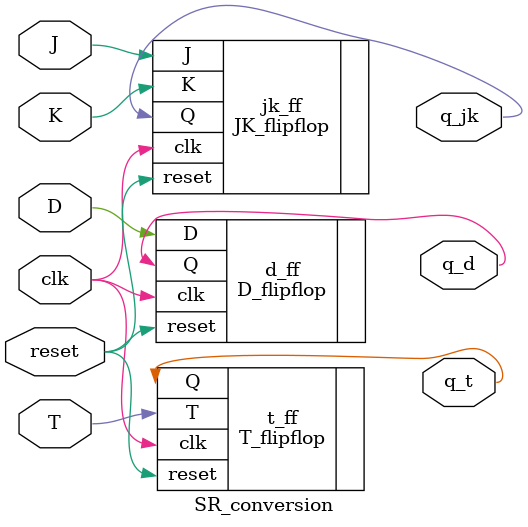
<source format=v>
`timescale 1ns / 1ps


module SR_conversion (
    input J, K, D, T, clk, reset,
    output q_jk, q_d, q_t
);
    
    JK_flipflop jk_ff (.J(J),.K(K),.clk(clk),.reset(reset),.Q(q_jk));

    
    D_flipflop d_ff (.D(D),.clk(clk),.reset(reset),.Q(q_d));

    
    T_flipflop t_ff (.T(T),.clk(clk),.reset(reset),.Q(q_t));

endmodule


</source>
